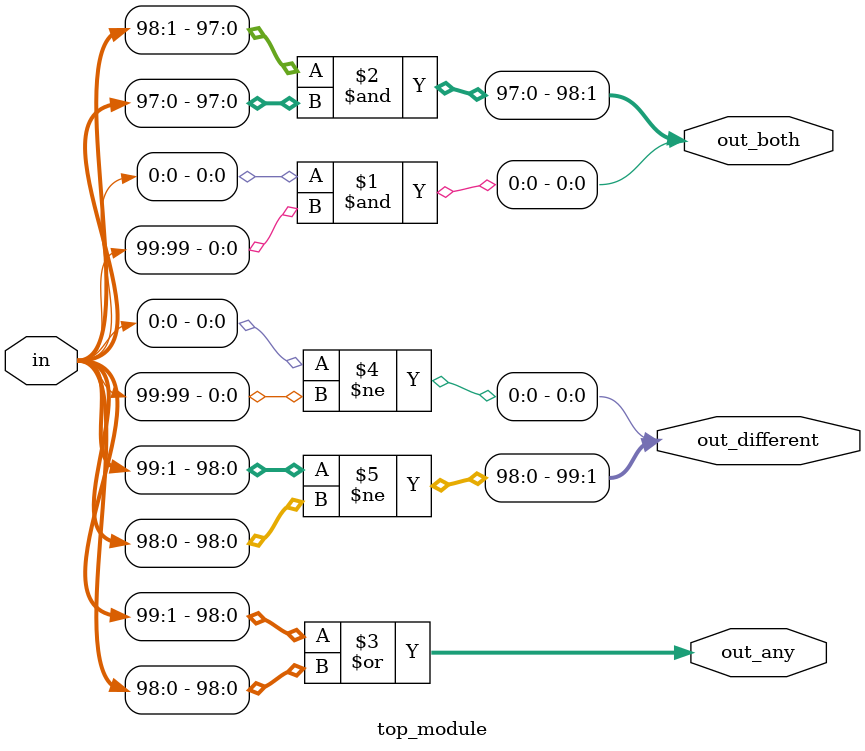
<source format=sv>
module top_module (
    input [99:0] in,
    output [98:0] out_both,
    output [99:1] out_any,
    output [99:0] out_different
);

    // Out Both
    assign out_both[0] = in[0] & in[99];
    assign out_both[98:1] = in[98:1] & in[97:0];
    
    // Out Any
    assign out_any[1:99] = in[1:99] | in[0:98];
    
    // Out Different
    assign out_different[0] = in[0] != in[99];
    assign out_different[99:1] = in[99:1] != in[98:0];

endmodule

</source>
